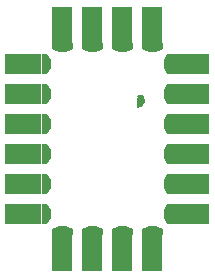
<source format=gbs>
G04 DipTrace 2.4.0.2*
%INi2cswitch.gbs*%
%MOMM*%
%ADD49R,1.75X2.082*%
%ADD50R,1.75X1.65*%
%ADD51R,2.082X1.75*%
%ADD52R,1.65X1.75*%
%FSLAX53Y53*%
G04*
G71*
G90*
G75*
G01*
%LNBotMask*%
%LPD*%
D52*
X11270Y21430D3*
Y18890D3*
Y16350D3*
Y13810D3*
G36*
X12545Y18015D2*
X12040D1*
Y19765D1*
X12545D1*
X12825Y19221D1*
Y18559D1*
X12545Y18015D1*
G37*
G36*
Y20555D2*
X12040D1*
Y22305D1*
X12545D1*
X12825Y21761D1*
Y21099D1*
X12545Y20555D1*
G37*
G36*
Y12935D2*
X12040D1*
Y14685D1*
X12545D1*
X12825Y14141D1*
Y13479D1*
X12545Y12935D1*
G37*
G36*
Y15475D2*
X12040D1*
Y17225D1*
X12545D1*
X12825Y16681D1*
Y16019D1*
X12545Y15475D1*
G37*
D51*
X10000Y21430D3*
Y18890D3*
Y16350D3*
Y13810D3*
D52*
X23970D3*
Y16350D3*
Y18890D3*
Y21430D3*
G36*
X22695Y17225D2*
X23200D1*
Y15475D1*
X22695D1*
X22415Y16019D1*
Y16681D1*
X22695Y17225D1*
G37*
G36*
Y14685D2*
X23200D1*
Y12935D1*
X22695D1*
X22415Y13479D1*
Y14141D1*
X22695Y14685D1*
G37*
G36*
Y22305D2*
X23200D1*
Y20555D1*
X22695D1*
X22415Y21099D1*
Y21761D1*
X22695Y22305D1*
G37*
G36*
Y19765D2*
X23200D1*
Y18015D1*
X22695D1*
X22415Y18559D1*
Y19221D1*
X22695Y19765D1*
G37*
D51*
X25240Y13810D3*
Y16350D3*
Y18890D3*
Y21430D3*
D52*
X23970Y23970D3*
Y26510D3*
D51*
X25240Y23970D3*
Y26510D3*
G36*
X22695Y27385D2*
X23200D1*
Y25635D1*
X22695D1*
X22415Y26179D1*
Y26841D1*
X22695Y27385D1*
G37*
G36*
Y24845D2*
X23195D1*
Y23095D1*
X22695D1*
X22415Y23639D1*
Y24301D1*
X22695Y24845D1*
G37*
D50*
X16350Y29050D3*
X13810D3*
D49*
X16350Y30320D3*
X13810D3*
G36*
X12935Y27775D2*
Y28280D1*
X14685D1*
Y27775D1*
X14141Y27495D1*
X13479D1*
X12935Y27775D1*
G37*
G36*
X15475D2*
Y28275D1*
X17225D1*
Y27775D1*
X16681Y27495D1*
X16019D1*
X15475Y27775D1*
G37*
D50*
X16350Y11270D3*
X13810D3*
G36*
X14685Y12545D2*
Y12040D1*
X12935D1*
Y12545D1*
X13479Y12825D1*
X14141D1*
X14685Y12545D1*
G37*
G36*
X17225D2*
Y12040D1*
X15475D1*
Y12545D1*
X16019Y12825D1*
X16681D1*
X17225Y12545D1*
G37*
D49*
X16350Y10000D3*
X13810D3*
D50*
X18890Y11270D3*
X21430D3*
D49*
X18890Y10000D3*
X21430D3*
G36*
X22305Y12545D2*
Y12040D1*
X20555D1*
Y12545D1*
X21099Y12825D1*
X21761D1*
X22305Y12545D1*
G37*
G36*
X19765D2*
Y12045D1*
X18015D1*
Y12545D1*
X18559Y12825D1*
X19221D1*
X19765Y12545D1*
G37*
G36*
X20162Y22823D2*
X20352Y22852D1*
X20499Y22912D1*
X20593Y22988D1*
X20670Y23064D1*
X20733Y23177D1*
X20759Y23242D1*
X20779Y23337D1*
X20789Y23388D1*
X20794Y23471D1*
X20771Y23535D1*
X20733Y23573D1*
X20708Y23599D1*
X20695Y23663D1*
X20700Y23688D1*
X20715Y23739D1*
X20746Y23766D1*
X20664Y23866D1*
X20588Y23815D1*
X20570D1*
X20534Y23904D1*
X20479Y23916D1*
X20378Y23926D1*
X20484Y23674D1*
Y23642D1*
X20477Y23599D1*
X20454Y23589D1*
X20403Y23609D1*
X20339Y23725D1*
X20269Y23896D1*
X20218Y23871D1*
X20163Y23807D1*
X20238Y23617D1*
X20200Y23623D1*
X20162D1*
Y22823D1*
G37*
D50*
X21430Y29050D3*
X18890D3*
D49*
X21430Y30320D3*
X18890D3*
G36*
X18015Y27775D2*
Y28280D1*
X19765D1*
Y27775D1*
X19221Y27495D1*
X18559D1*
X18015Y27775D1*
G37*
G36*
X20555D2*
Y28275D1*
X22305D1*
Y27775D1*
X21761Y27495D1*
X21099D1*
X20555Y27775D1*
G37*
D52*
X11270Y26510D3*
Y23970D3*
D51*
X10000Y26510D3*
Y23970D3*
G36*
X12545Y23095D2*
X12040D1*
Y24845D1*
X12545D1*
X12825Y24301D1*
Y23639D1*
X12545Y23095D1*
G37*
G36*
Y25635D2*
X12045D1*
Y27385D1*
X12545D1*
X12825Y26841D1*
Y26179D1*
X12545Y25635D1*
G37*
M02*

</source>
